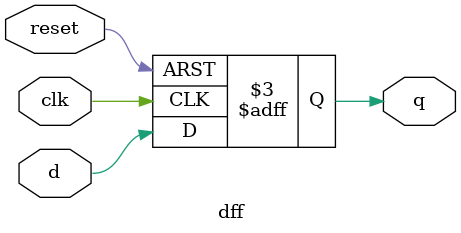
<source format=v>
module dff (
  input clk,
  input reset,
  input d,
  output reg q
);
  always @(negedge clk, negedge reset) begin
    if (!reset) q <= 0;
    else q<=d;
  end
endmodule
</source>
